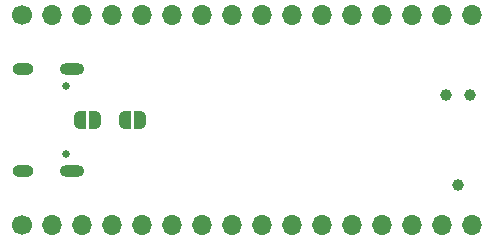
<source format=gbr>
%TF.GenerationSoftware,KiCad,Pcbnew,6.0.11+dfsg-1~bpo11+1*%
%TF.CreationDate,2023-10-01T20:30:49+02:00*%
%TF.ProjectId,ICE40UP-Development-Board,49434534-3055-4502-9d44-6576656c6f70,v0.1*%
%TF.SameCoordinates,Original*%
%TF.FileFunction,Soldermask,Bot*%
%TF.FilePolarity,Negative*%
%FSLAX46Y46*%
G04 Gerber Fmt 4.6, Leading zero omitted, Abs format (unit mm)*
G04 Created by KiCad (PCBNEW 6.0.11+dfsg-1~bpo11+1) date 2023-10-01 20:30:49*
%MOMM*%
%LPD*%
G01*
G04 APERTURE LIST*
G04 Aperture macros list*
%AMFreePoly0*
4,1,22,0.500000,-0.750000,0.000000,-0.750000,0.000000,-0.745033,-0.079941,-0.743568,-0.215256,-0.701293,-0.333266,-0.622738,-0.424486,-0.514219,-0.481581,-0.384460,-0.499164,-0.250000,-0.500000,-0.250000,-0.500000,0.250000,-0.499164,0.250000,-0.499963,0.256109,-0.478152,0.396186,-0.417904,0.524511,-0.324060,0.630769,-0.204165,0.706417,-0.067858,0.745374,0.000000,0.744959,0.000000,0.750000,
0.500000,0.750000,0.500000,-0.750000,0.500000,-0.750000,$1*%
%AMFreePoly1*
4,1,20,0.000000,0.744959,0.073905,0.744508,0.209726,0.703889,0.328688,0.626782,0.421226,0.519385,0.479903,0.390333,0.500000,0.250000,0.500000,-0.250000,0.499851,-0.262216,0.476331,-0.402017,0.414519,-0.529596,0.319384,-0.634700,0.198574,-0.708877,0.061801,-0.746166,0.000000,-0.745033,0.000000,-0.750000,-0.500000,-0.750000,-0.500000,0.750000,0.000000,0.750000,0.000000,0.744959,
0.000000,0.744959,$1*%
G04 Aperture macros list end*
%ADD10C,0.990600*%
%ADD11C,0.650000*%
%ADD12O,1.800000X1.000000*%
%ADD13O,2.100000X1.000000*%
%ADD14FreePoly0,180.000000*%
%ADD15FreePoly1,180.000000*%
%ADD16C,1.700000*%
%ADD17O,1.700000X1.700000*%
G04 APERTURE END LIST*
D10*
%TO.C,X4*%
X85090000Y-85471000D03*
X84074000Y-93091000D03*
X83058000Y-85471000D03*
%TD*%
D11*
%TO.C,X1*%
X50865000Y-84740000D03*
X50865000Y-90520000D03*
D12*
X47185000Y-83310000D03*
X47185000Y-91950000D03*
D13*
X51385000Y-83310000D03*
X51385000Y-91950000D03*
%TD*%
D14*
%TO.C,JP1*%
X53355000Y-87630000D03*
D15*
X52055000Y-87630000D03*
%TD*%
D14*
%TO.C,JP2*%
X57165000Y-87630000D03*
D15*
X55865000Y-87630000D03*
%TD*%
D16*
%TO.C,X3*%
X47117000Y-96520000D03*
D17*
X49657000Y-96520000D03*
X52197000Y-96520000D03*
X54737000Y-96520000D03*
X57277000Y-96520000D03*
X59817000Y-96520000D03*
X62357000Y-96520000D03*
X64897000Y-96520000D03*
X67437000Y-96520000D03*
X69977000Y-96520000D03*
X72517000Y-96520000D03*
X75057000Y-96520000D03*
X77597000Y-96520000D03*
X80137000Y-96520000D03*
X82677000Y-96520000D03*
X85217000Y-96520000D03*
%TD*%
D16*
%TO.C,X2*%
X47117000Y-78740000D03*
D17*
X49657000Y-78740000D03*
X52197000Y-78740000D03*
X54737000Y-78740000D03*
X57277000Y-78740000D03*
X59817000Y-78740000D03*
X62357000Y-78740000D03*
X64897000Y-78740000D03*
X67437000Y-78740000D03*
X69977000Y-78740000D03*
X72517000Y-78740000D03*
X75057000Y-78740000D03*
X77597000Y-78740000D03*
X80137000Y-78740000D03*
X82677000Y-78740000D03*
X85217000Y-78740000D03*
%TD*%
M02*

</source>
